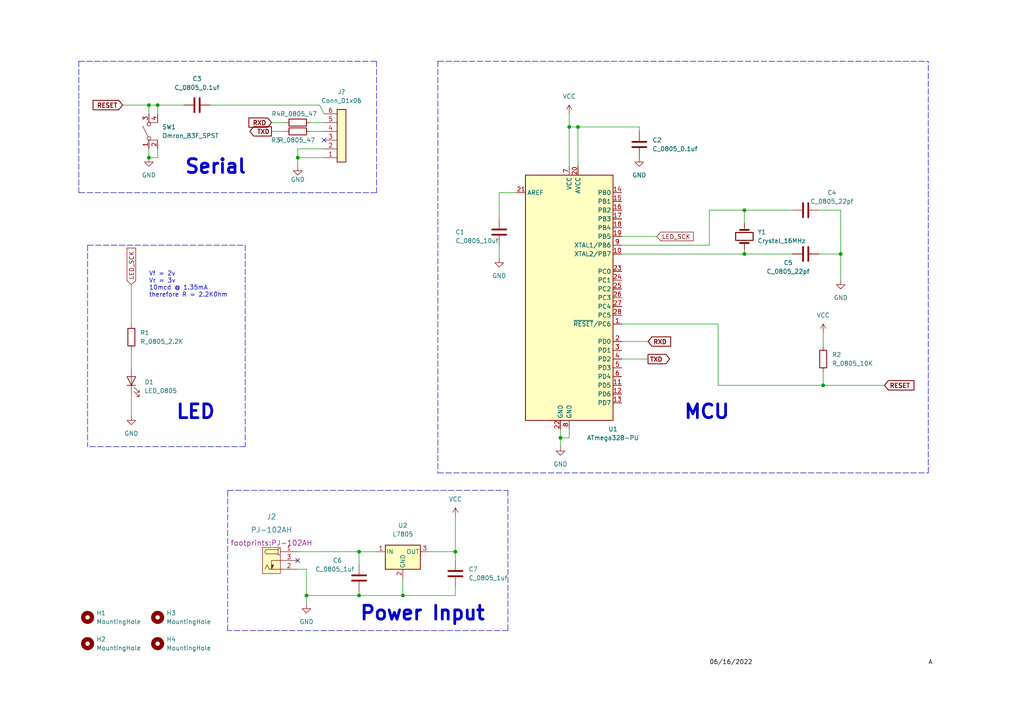
<source format=kicad_sch>
(kicad_sch (version 20211123) (generator eeschema)
  (paper "A4")
  (lib_symbols
    (symbol "HPS:ATmega328-PU"
      (property "Reference" "U" (at -11.43 39.37 0))
      (property "Value" "ATmega328-PU" (at -17.78 38.1 0))
      (symbol "ATmega328-PU_0_1"
        (rectangle (start -12.7 -35.56) (end 12.7 35.56) (stroke (width 0.254)) (fill (type background)))
      )
      (symbol "ATmega328-PU_1_1"
        (pin tri_state line (at 15.24 -7.62 180) (length 2.54) (name "~{RESET}/PC6") (number "1"))
        (pin tri_state line (at 15.24 12.7 180) (length 2.54) (name "XTAL2/PB7") (number "10"))
        (pin tri_state line (at 15.24 -25.4 180) (length 2.54) (name "PD5") (number "11"))
        (pin tri_state line (at 15.24 -27.94 180) (length 2.54) (name "PD6") (number "12"))
        (pin tri_state line (at 15.24 -30.48 180) (length 2.54) (name "PD7") (number "13"))
        (pin tri_state line (at 15.24 30.48 180) (length 2.54) (name "PB0") (number "14"))
        (pin tri_state line (at 15.24 27.94 180) (length 2.54) (name "PB1") (number "15"))
        (pin tri_state line (at 15.24 25.4 180) (length 2.54) (name "PB2") (number "16"))
        (pin tri_state line (at 15.24 22.86 180) (length 2.54) (name "PB3") (number "17"))
        (pin tri_state line (at 15.24 20.32 180) (length 2.54) (name "PB4") (number "18"))
        (pin tri_state line (at 15.24 17.78 180) (length 2.54) (name "PB5") (number "19"))
        (pin tri_state line (at 15.24 -12.7 180) (length 2.54) (name "PD0") (number "2"))
        (pin power_in line (at 2.54 38.1 270) (length 2.54) (name "AVCC") (number "20"))
        (pin passive line (at -15.24 30.48 0) (length 2.54) (name "AREF") (number "21"))
        (pin power_in line (at -2.54 -38.1 90) (length 2.54) (name "GND") (number "22"))
        (pin tri_state line (at 15.24 7.62 180) (length 2.54) (name "PC0") (number "23"))
        (pin tri_state line (at 15.24 5.08 180) (length 2.54) (name "PC1") (number "24"))
        (pin tri_state line (at 15.24 2.54 180) (length 2.54) (name "PC2") (number "25"))
        (pin tri_state line (at 15.24 0 180) (length 2.54) (name "PC3") (number "26"))
        (pin tri_state line (at 15.24 -2.54 180) (length 2.54) (name "PC4") (number "27"))
        (pin tri_state line (at 15.24 -5.08 180) (length 2.54) (name "PC5") (number "28"))
        (pin tri_state line (at 15.24 -15.24 180) (length 2.54) (name "PD1") (number "3"))
        (pin tri_state line (at 15.24 -17.78 180) (length 2.54) (name "PD2") (number "4"))
        (pin tri_state line (at 15.24 -20.32 180) (length 2.54) (name "PD3") (number "5"))
        (pin tri_state line (at 15.24 -22.86 180) (length 2.54) (name "PD4") (number "6"))
        (pin power_in line (at 0 38.1 270) (length 2.54) (name "VCC") (number "7"))
        (pin power_in line (at 0 -38.1 90) (length 2.54) (name "GND") (number "8"))
        (pin tri_state line (at 15.24 15.24 180) (length 2.54) (name "XTAL1/PB6") (number "9"))
      )
    )
    (symbol "HPS:C_0805_0.1uf" (pin_numbers hide) (pin_names (offset 0.254))
      (property "Reference" "C" (at 0.635 2.54 0))
      (property "Value" "C_0805_0.1uf" (at 0.635 -2.54 0))
      (symbol "C_0805_0.1uf_0_1"
        (polyline (pts (xy -2.032 -0.762) (xy 2.032 -0.762)) (stroke (width 0.508)))
        (polyline (pts (xy -2.032 0.762) (xy 2.032 0.762)) (stroke (width 0.508)))
      )
      (symbol "C_0805_0.1uf_1_1"
        (pin passive line (at 0 3.81 270) (length 2.794) (name "~") (number "1"))
        (pin passive line (at 0 -3.81 90) (length 2.794) (name "~") (number "2"))
      )
    )
    (symbol "HPS:C_0805_10uf" (pin_numbers hide) (pin_names (offset 0.254))
      (property "Reference" "C" (at 0.635 2.54 0))
      (property "Value" "C_0805_10uf" (at 0.635 -2.54 0))
      (symbol "C_0805_10uf_0_1"
        (polyline (pts (xy -2.032 -0.762) (xy 2.032 -0.762)) (stroke (width 0.508)))
        (polyline (pts (xy -2.032 0.762) (xy 2.032 0.762)) (stroke (width 0.508)))
      )
      (symbol "C_0805_10uf_1_1"
        (pin passive line (at 0 3.81 270) (length 2.794) (name "~") (number "1"))
        (pin passive line (at 0 -3.81 90) (length 2.794) (name "~") (number "2"))
      )
    )
    (symbol "HPS:C_0805_1uf" (pin_numbers hide) (pin_names (offset 0.254))
      (property "Reference" "C" (at 0.635 2.54 0))
      (property "Value" "C_0805_1uf" (at 0.635 -2.54 0))
      (symbol "C_0805_1uf_0_1"
        (polyline (pts (xy -2.032 -0.762) (xy 2.032 -0.762)) (stroke (width 0.508)))
        (polyline (pts (xy -2.032 0.762) (xy 2.032 0.762)) (stroke (width 0.508)))
      )
      (symbol "C_0805_1uf_1_1"
        (pin passive line (at 0 3.81 270) (length 2.794) (name "~") (number "1"))
        (pin passive line (at 0 -3.81 90) (length 2.794) (name "~") (number "2"))
      )
    )
    (symbol "HPS:C_0805_22pf" (pin_numbers hide) (pin_names (offset 0.254))
      (property "Reference" "C" (at 0.635 2.54 0))
      (property "Value" "C_0805_22pf" (at 0.635 -2.54 0))
      (symbol "C_0805_22pf_0_1"
        (polyline (pts (xy -2.032 -0.762) (xy 2.032 -0.762)) (stroke (width 0.508)))
        (polyline (pts (xy -2.032 0.762) (xy 2.032 0.762)) (stroke (width 0.508)))
      )
      (symbol "C_0805_22pf_1_1"
        (pin passive line (at 0 3.81 270) (length 2.794) (name "~") (number "1"))
        (pin passive line (at 0 -3.81 90) (length 2.794) (name "~") (number "2"))
      )
    )
    (symbol "HPS:Conn_01x06" (pin_names (offset 1.016) hide)
      (property "Reference" "J" (at 0 7.62 0))
      (property "Value" "Conn_01x06" (at 0 -10.16 0))
      (symbol "Conn_01x06_1_1"
        (rectangle (start -1.27 6.35) (end 1.27 -8.89) (stroke (width 0.254)) (fill (type background)))
        (pin passive line (at -5.08 5.08 0) (length 3.81) (name "Pin_1") (number "1"))
        (pin passive line (at -5.08 2.54 0) (length 3.81) (name "Pin_2") (number "2"))
        (pin passive line (at -5.08 0 0) (length 3.81) (name "Pin_3") (number "3"))
        (pin passive line (at -5.08 -2.54 0) (length 3.81) (name "Pin_4") (number "4"))
        (pin passive line (at -5.08 -5.08 0) (length 3.81) (name "Pin_5") (number "5"))
        (pin passive line (at -5.08 -7.62 0) (length 3.81) (name "Pin_6") (number "6"))
      )
    )
    (symbol "HPS:Crystal_16MHz" (pin_numbers hide) (pin_names (offset 1.016) hide)
      (property "Reference" "Y" (at 0 3.81 0))
      (property "Value" "Crystal_16MHz" (at 0 -3.81 0))
      (symbol "Crystal_16MHz_0_1"
        (rectangle (start -1.143 2.54) (end 1.143 -2.54) (stroke (width 0.3048)))
        (polyline (pts (xy -2.54 0) (xy -1.905 0)))
        (polyline (pts (xy -1.905 -1.27) (xy -1.905 1.27)) (stroke (width 0.508)))
        (polyline (pts (xy 1.905 -1.27) (xy 1.905 1.27)) (stroke (width 0.508)))
        (polyline (pts (xy 2.54 0) (xy 1.905 0)))
      )
      (symbol "Crystal_16MHz_1_1"
        (pin passive line (at -3.81 0 0) (length 1.27) (name "1") (number "1"))
        (pin passive line (at 3.81 0 180) (length 1.27) (name "2") (number "2"))
      )
    )
    (symbol "HPS:GND" (power) (pin_names (offset 0))
      (property "Value" "GND" (at 0 -3.81 0))
      (symbol "GND_0_1"
        (polyline (pts (xy 0 0) (xy 0 -1.27) (xy 1.27 -1.27) (xy 0 -2.54) (xy -1.27 -1.27) (xy 0 -1.27)))
      )
      (symbol "GND_1_1"
        (pin power_in line (at 0 0 270) (length 0) hide (name "GND") (number "1"))
      )
    )
    (symbol "HPS:L7805" (pin_names (offset 0.254))
      (property "Reference" "U" (at -3.81 3.175 0))
      (property "Value" "L7805" (at 0 3.175 0))
      (symbol "L7805_0_1"
        (rectangle (start -5.08 1.905) (end 5.08 -5.08) (stroke (width 0.254)) (fill (type background)))
      )
      (symbol "L7805_1_1"
        (pin power_in line (at -7.62 0 0) (length 2.54) (name "IN") (number "1"))
        (pin power_in line (at 0 -7.62 90) (length 2.54) (name "GND") (number "2"))
        (pin power_out line (at 7.62 0 180) (length 2.54) (name "OUT") (number "3"))
      )
    )
    (symbol "HPS:LED_0805" (pin_numbers hide) (pin_names (offset 1.016) hide)
      (property "Reference" "D" (at 0 2.54 0))
      (property "Value" "LED_0805" (at 0 -2.54 0))
      (symbol "LED_0805_0_1"
        (polyline (pts (xy -1.27 -1.27) (xy -1.27 1.27)) (stroke (width 0.2032)))
        (polyline (pts (xy -1.27 0) (xy 1.27 0)))
        (polyline (pts (xy 1.27 -1.27) (xy 1.27 1.27) (xy -1.27 0) (xy 1.27 -1.27)) (stroke (width 0.2032)))
        (polyline (pts (xy -3.048 -0.762) (xy -4.572 -2.286) (xy -3.81 -2.286) (xy -4.572 -2.286) (xy -4.572 -1.524)))
        (polyline (pts (xy -1.778 -0.762) (xy -3.302 -2.286) (xy -2.54 -2.286) (xy -3.302 -2.286) (xy -3.302 -1.524)))
      )
      (symbol "LED_0805_1_1"
        (pin passive line (at -3.81 0 0) (length 2.54) (name "K") (number "1"))
        (pin passive line (at 3.81 0 180) (length 2.54) (name "A") (number "2"))
      )
    )
    (symbol "HPS:MountingHole" (pin_names (offset 1.016))
      (property "Reference" "H" (at 0 5.08 0))
      (property "Value" "MountingHole" (at 0 3.175 0))
      (symbol "MountingHole_0_1"
        (circle (center 0 0) (radius 1.27) (stroke (width 1.27)))
      )
    )
    (symbol "HPS:Omron_B3F_SPST" (pin_names (offset 0) hide)
      (property "Reference" "SW" (at 0 5.08 0))
      (property "Value" "Omron_B3F_SPST" (at 0 2.54 0))
      (symbol "Omron_B3F_SPST_0_0"
        (circle (center -2.032 0) (radius 0.508))
        (polyline (pts (xy -1.524 0.254) (xy 1.524 1.778)))
        (circle (center 2.032 0) (radius 0.508))
      )
      (symbol "Omron_B3F_SPST_0_1"
        (polyline (pts (xy -2.54 0) (xy -2.54 -2.54)))
        (polyline (pts (xy 2.54 -2.54) (xy 2.54 0)))
      )
      (symbol "Omron_B3F_SPST_1_1"
        (pin passive line (at -5.08 0 0) (length 2.54) (name "A") (number "1"))
        (pin passive line (at -5.08 -2.54 0) (length 2.54) (name "A") (number "2"))
        (pin passive line (at 5.08 0 180) (length 2.54) (name "B") (number "3"))
        (pin passive line (at 5.08 -2.54 180) (length 2.54) (name "B") (number "4"))
      )
    )
    (symbol "HPS:PJ-102AH" (pin_names (offset 1.016) hide)
      (property "Reference" "J" (at -2.54 5.08 0))
      (property "Value" "PJ-102AH" (at 0 -5.334 0))
      (property "Footprint" "footprints:PJ-102AH" (at 0 -7.874 0))
      (symbol "PJ-102AH_0_1"
        (arc (start -3.81 3.175) (mid -4.445 2.54) (end -3.81 1.905))
        (polyline (pts (xy -0.635 1.905) (xy -3.81 1.905)))
        (polyline (pts (xy -0.635 1.905) (xy -0.635 3.175)))
        (polyline (pts (xy -0.635 3.175) (xy -3.81 3.175)))
        (polyline (pts (xy -2.54 -1.27) (xy -2.54 0) (xy 0 0)))
        (polyline (pts (xy -0.635 1.905) (xy -0.635 1.651) (xy 0 1.651)))
        (polyline (pts (xy -0.635 3.175) (xy -0.635 3.429) (xy 0 3.429)))
        (polyline (pts (xy -2.54 -2.54) (xy -1.905 -1.27) (xy -2.54 -1.27) (xy -2.54 -2.54)) (fill (type outline)))
        (polyline (pts (xy 0 -2.54) (xy -3.175 -2.54) (xy -3.81 -1.27) (xy -4.445 -2.54)))
        (rectangle (start 0 3.81) (end -5.08 -3.81) (fill (type background)))
      )
      (symbol "PJ-102AH_1_1"
        (pin passive line (at 5.08 2.54 180) (length 5.08) (name "POLE") (number "1"))
        (pin passive line (at 5.08 -2.54 180) (length 5.08) (name "OUT") (number "2"))
        (pin passive line (at 5.08 0 180) (length 5.08) (name "OUT") (number "3"))
      )
    )
    (symbol "HPS:R_0805_10K" (pin_numbers hide) (pin_names (offset 0))
      (property "Reference" "R" (at 2.032 0 90))
      (property "Value" "R_0805_10K" (at -2.54 0 90))
      (symbol "R_0805_10K_0_1"
        (rectangle (start -1.016 -2.54) (end 1.016 2.54) (stroke (width 0.254)))
      )
      (symbol "R_0805_10K_1_1"
        (pin passive line (at 0 3.81 270) (length 1.27) (name "~") (number "1"))
        (pin passive line (at 0 -3.81 90) (length 1.27) (name "~") (number "2"))
      )
    )
    (symbol "HPS:R_0805_2.2K" (pin_numbers hide) (pin_names (offset 0))
      (property "Reference" "R" (at 2.032 0 90))
      (property "Value" "R_0805_2.2K" (at -2.54 0 90))
      (symbol "R_0805_2.2K_0_1"
        (rectangle (start -1.016 -2.54) (end 1.016 2.54) (stroke (width 0.254)))
      )
      (symbol "R_0805_2.2K_1_1"
        (pin passive line (at 0 3.81 270) (length 1.27) (name "~") (number "1"))
        (pin passive line (at 0 -3.81 90) (length 1.27) (name "~") (number "2"))
      )
    )
    (symbol "HPS:R_0805_47" (pin_numbers hide) (pin_names (offset 0))
      (property "Reference" "R" (at 2.032 0 90))
      (property "Value" "R_0805_47" (at -2.54 0 90))
      (symbol "R_0805_47_0_1"
        (rectangle (start -1.016 -2.54) (end 1.016 2.54) (stroke (width 0.254)))
      )
      (symbol "R_0805_47_1_1"
        (pin passive line (at 0 3.81 270) (length 1.27) (name "~") (number "1"))
        (pin passive line (at 0 -3.81 90) (length 1.27) (name "~") (number "2"))
      )
    )
    (symbol "HPS:VCC" (power) (pin_names (offset 0))
      (property "Value" "VCC" (at 0 3.81 0))
      (symbol "VCC_0_1"
        (polyline (pts (xy -0.762 1.27) (xy 0 2.54)))
        (polyline (pts (xy 0 0) (xy 0 2.54)))
        (polyline (pts (xy 0 2.54) (xy 0.762 1.27)))
      )
      (symbol "VCC_1_1"
        (pin power_in line (at 0 0 90) (length 0) hide (name "VCC") (number "1"))
      )
    )
  )
  (junction (at 132.08 160.02))
  (junction (at 215.9 73.66))
  (junction (at 162.56 127))
  (junction (at 215.9 60.96))
  (junction (at 238.76 111.76))
  (junction (at 43.18 45.72))
  (junction (at 43.18 30.48))
  (junction (at 88.9 172.72))
  (junction (at 86.36 45.72))
  (junction (at 116.84 172.72))
  (junction (at 167.64 36.83))
  (junction (at 165.1 36.83))
  (junction (at 104.14 172.72))
  (junction (at 45.72 30.48))
  (junction (at 104.14 160.02))
  (junction (at 243.84 73.66))
  (no_connect (at 86.36 162.56))
  (no_connect (at 93.98 40.64))
  (polyline (pts (xy 127 17.78) (xy 127 137.16)))
  (wire (pts (xy 35.56 30.48) (xy 43.18 30.48)))
  (wire (pts (xy 78.74 35.56) (xy 82.55 35.56)))
  (wire (pts (xy 238.76 107.95) (xy 238.76 111.76)))
  (wire (pts (xy 162.56 127) (xy 162.56 129.54)))
  (wire (pts (xy 180.34 73.66) (xy 215.9 73.66)))
  (polyline (pts (xy 147.32 142.24) (xy 147.32 182.88)))
  (wire (pts (xy 88.9 165.1) (xy 88.9 172.72)))
  (wire (pts (xy 45.72 33.02) (xy 45.72 30.48)))
  (wire (pts (xy 92.71 30.48) (xy 93.98 33.02)))
  (wire (pts (xy 208.28 93.98) (xy 208.28 111.76)))
  (polyline (pts (xy 22.86 17.78) (xy 22.86 55.88)))
  (polyline (pts (xy 71.12 71.12) (xy 71.12 129.54)))
  (polyline (pts (xy 25.4 71.12) (xy 25.4 129.54)))
  (polyline (pts (xy 25.4 71.12) (xy 71.12 71.12)))
  (wire (pts (xy 43.18 33.02) (xy 43.18 30.48)))
  (wire (pts (xy 45.72 45.72) (xy 43.18 45.72)))
  (wire (pts (xy 165.1 33.02) (xy 165.1 36.83)))
  (wire (pts (xy 45.72 43.18) (xy 45.72 45.72)))
  (wire (pts (xy 167.64 48.26) (xy 167.64 36.83)))
  (wire (pts (xy 185.42 36.83) (xy 185.42 38.1)))
  (wire (pts (xy 86.36 165.1) (xy 88.9 165.1)))
  (wire (pts (xy 104.14 172.72) (xy 116.84 172.72)))
  (wire (pts (xy 45.72 30.48) (xy 53.34 30.48)))
  (polyline (pts (xy 66.04 142.24) (xy 147.32 142.24)))
  (wire (pts (xy 237.49 60.96) (xy 243.84 60.96)))
  (wire (pts (xy 243.84 60.96) (xy 243.84 73.66)))
  (wire (pts (xy 78.74 38.1) (xy 82.55 38.1)))
  (polyline (pts (xy 71.12 129.54) (xy 25.4 129.54)))
  (wire (pts (xy 86.36 43.18) (xy 86.36 45.72)))
  (wire (pts (xy 215.9 73.66) (xy 229.87 73.66)))
  (wire (pts (xy 165.1 124.46) (xy 165.1 127)))
  (wire (pts (xy 104.14 160.02) (xy 104.14 163.83)))
  (wire (pts (xy 205.74 60.96) (xy 215.9 60.96)))
  (wire (pts (xy 180.34 68.58) (xy 190.5 68.58)))
  (wire (pts (xy 215.9 60.96) (xy 229.87 60.96)))
  (wire (pts (xy 180.34 93.98) (xy 208.28 93.98)))
  (wire (pts (xy 238.76 111.76) (xy 256.54 111.76)))
  (wire (pts (xy 43.18 30.48) (xy 45.72 30.48)))
  (wire (pts (xy 243.84 73.66) (xy 243.84 81.28)))
  (wire (pts (xy 144.78 71.12) (xy 144.78 74.93)))
  (wire (pts (xy 162.56 124.46) (xy 162.56 127)))
  (wire (pts (xy 90.17 38.1) (xy 93.98 38.1)))
  (wire (pts (xy 104.14 171.45) (xy 104.14 172.72)))
  (wire (pts (xy 93.98 45.72) (xy 86.36 45.72)))
  (wire (pts (xy 208.28 111.76) (xy 238.76 111.76)))
  (polyline (pts (xy 22.86 17.78) (xy 109.22 17.78)))
  (wire (pts (xy 215.9 72.39) (xy 215.9 73.66)))
  (wire (pts (xy 187.96 104.14) (xy 180.34 104.14)))
  (polyline (pts (xy 127 17.78) (xy 269.24 17.78)))
  (wire (pts (xy 144.78 55.88) (xy 144.78 63.5)))
  (polyline (pts (xy 147.32 182.88) (xy 66.04 182.88)))
  (polyline (pts (xy 269.24 137.16) (xy 269.24 17.78)))
  (wire (pts (xy 238.76 96.52) (xy 238.76 100.33)))
  (wire (pts (xy 132.08 149.86) (xy 132.08 160.02)))
  (wire (pts (xy 60.96 30.48) (xy 92.71 30.48)))
  (wire (pts (xy 167.64 36.83) (xy 185.42 36.83)))
  (wire (pts (xy 215.9 60.96) (xy 215.9 64.77)))
  (wire (pts (xy 180.34 71.12) (xy 205.74 71.12)))
  (wire (pts (xy 90.17 35.56) (xy 93.98 35.56)))
  (wire (pts (xy 93.98 43.18) (xy 86.36 43.18)))
  (wire (pts (xy 124.46 160.02) (xy 132.08 160.02)))
  (wire (pts (xy 86.36 45.72) (xy 86.36 48.26)))
  (wire (pts (xy 167.64 36.83) (xy 165.1 36.83)))
  (polyline (pts (xy 66.04 182.88) (xy 66.04 142.24)))
  (wire (pts (xy 104.14 160.02) (xy 109.22 160.02)))
  (polyline (pts (xy 127 137.16) (xy 269.24 137.16)))
  (wire (pts (xy 187.96 99.06) (xy 180.34 99.06)))
  (wire (pts (xy 88.9 172.72) (xy 104.14 172.72)))
  (wire (pts (xy 149.86 55.88) (xy 144.78 55.88)))
  (wire (pts (xy 88.9 172.72) (xy 88.9 175.26)))
  (wire (pts (xy 43.18 43.18) (xy 43.18 45.72)))
  (wire (pts (xy 116.84 167.64) (xy 116.84 172.72)))
  (wire (pts (xy 86.36 160.02) (xy 104.14 160.02)))
  (wire (pts (xy 205.74 71.12) (xy 205.74 60.96)))
  (wire (pts (xy 38.1 114.3) (xy 38.1 120.65)))
  (wire (pts (xy 132.08 170.18) (xy 132.08 172.72)))
  (wire (pts (xy 165.1 127) (xy 162.56 127)))
  (polyline (pts (xy 109.22 55.88) (xy 22.86 55.88)))
  (wire (pts (xy 38.1 101.6) (xy 38.1 106.68)))
  (wire (pts (xy 116.84 172.72) (xy 132.08 172.72)))
  (wire (pts (xy 132.08 162.56) (xy 132.08 160.02)))
  (polyline (pts (xy 109.22 17.78) (xy 109.22 55.88)))
  (wire (pts (xy 165.1 36.83) (xy 165.1 48.26)))
  (wire (pts (xy 237.49 73.66) (xy 243.84 73.66)))
  (wire (pts (xy 38.1 82.55) (xy 38.1 93.98)))
  (text "Vf = 2v\nVr = 3v\n10mcd @ 1.35mA\ntherefore R = 2.2K0hm" (at 43.18 86.36 0) (effects (font (size 1.27 1.27)) (justify left bottom)))
  (text "MCU" (at 198.12 121.92 0) (effects (font (size 4 4) bold) (justify left bottom)))
  (text "Serial" (at 53.34 50.8 0) (effects (font (size 4 4) bold) (justify left bottom)))
  (text "Power Input" (at 104.14 180.34 0) (effects (font (size 4 4) bold) (justify left bottom)))
  (text "LED" (at 50.8 121.92 0) (effects (font (size 4 4) (thickness 0.8) bold) (justify left bottom)))
  (label "A" (at 269.24 193.04 0))
  (label "06{slash}16{slash}2022" (at 205.74 193.04 0))
  (global_label "LED_SCK" (shape input) (at 38.1 82.55 90) (property "插入图纸页参考" "${INTERSHEET_REFS}" (effects hide)))
  (global_label "RESET" (shape input) (at 256.54 111.76 0) (effects (font bold)) (property "插入图纸页参考" "${INTERSHEET_REFS}" (effects hide)))
  (global_label "TXD" (shape output) (at 78.74 38.1 180) (effects (font bold)) (property "插入图纸页参考" "${INTERSHEET_REFS}" (effects hide)))
  (global_label "TXD" (shape output) (at 187.96 104.14 0) (effects (font bold)) (property "插入图纸页参考" "${INTERSHEET_REFS}" (effects hide)))
  (global_label "RXD" (shape input) (at 187.96 99.06 0) (effects (font bold)) (property "插入图纸页参考" "${INTERSHEET_REFS}" (effects hide)))
  (global_label "RESET" (shape input) (at 35.56 30.48 180) (effects (font bold)) (property "插入图纸页参考" "${INTERSHEET_REFS}" (effects hide)))
  (global_label "LED_SCK" (shape input) (at 190.5 68.58 0) (property "插入图纸页参考" "${INTERSHEET_REFS}" (effects hide)))
  (global_label "RXD" (shape input) (at 78.74 35.56 180) (effects (font bold)) (property "插入图纸页参考" "${INTERSHEET_REFS}" (effects hide)))
  (symbol (lib_id "HPS:Crystal_16MHz") (at 215.9 68.58 270) (unit 1)
    (property "Reference" "Y1" (at 219.71 67.3099 90) (effects (justify left)))
    (property "Value" "Crystal_16MHz" (at 219.71 69.8499 90) (effects (justify left)))
    (property "Footprint" "footprints:Crystal_SMD_HC49-SD" (effects hide))
    (property "Datasheet" "https://ecsxtal.com/store/pdf/csm-7x-dn.pdf" (effects hide))
    (property "MFG" "ECS Inc." (effects hide))
    (property "MPN" "ECS-160-20-5PXDN-TR" (effects hide))
    (property "Digikey PN" "XC1299CT-ND" (effects hide))
    (property "Mouser PN" "N/A" (effects hide))
  )
  (symbol (lib_id "HPS:Omron_B3F_SPST") (at 43.18 38.1 90) (unit 1)
    (property "Reference" "SW1" (at 46.99 36.8299 90) (effects (justify right)))
    (property "Value" "Omron_B3F_SPST" (at 46.99 39.3699 90) (effects (justify right)))
    (property "Footprint" "footprints:SW_SPST_Omron_B3FS-100xP" (effects hide))
    (property "Datasheet" "https://omronfs.omron.com/en_US/ecb/products/pdf/en-b3fs.pdf" (effects hide))
    (property "MFG" "Omron Electronics Inc-EMC Div" (effects hide))
    (property "MPN" "B3FS-1000P" (effects hide))
    (property "Digikey PN" "SW423CT-ND" (effects hide))
    (property "Mouser PN" "N/A" (effects hide))
  )
  (symbol (lib_id "HPS:C_0805_1uf") (at 132.08 166.37 0) (unit 1)
    (property "Reference" "C7" (at 135.89 165.0999 0) (effects (justify left)))
    (property "Value" "C_0805_1uf" (at 135.89 167.6399 0) (effects (justify left)))
    (property "Footprint" "footprints:C_0805_2012Metric" (effects hide))
    (property "Datasheet" "https://www.yageo.com/upload/media/product/productsearch/datasheet/mlcc/UPY-GPHC_X7R_6.3V-to-50V_18.pdf" (effects hide))
    (property "MFG" "Yageo" (effects hide))
    (property "MPN" "CC0805KKX7R8BB105" (effects hide))
    (property "Digikey PN" "311-1456-1-ND" (effects hide))
    (property "Mouser PN" "N/A" (effects hide))
    (property "Voltage" "N/A" (effects hide))
    (property "Dielectric" "N/A" (effects hide))
    (property "Tolerance" "N/A" (effects hide))
  )
  (symbol (lib_id "HPS:C_0805_10uf") (at 144.78 67.31 0) (unit 1)
    (property "Reference" "C1" (at 132.08 67.31 0) (effects (justify left)))
    (property "Value" "C_0805_10uf" (at 132.08 69.85 0) (effects (justify left)))
    (property "Footprint" "footprints:C_0805_2012Metric" (effects hide))
    (property "Datasheet" "https://search.murata.co.jp/Ceramy/image/img/A01X/G101/ENG/GRM21BR61E106KA73-01.pdf" (effects hide))
    (property "MFG" "Murata Electronics" (effects hide))
    (property "MPN" "GRM21BR61E106KA73L" (effects hide))
    (property "Digikey PN" "490-5523-1-ND" (effects hide))
    (property "Mouser PN" "N/A" (effects hide))
    (property "Voltage" "N/A" (effects hide))
    (property "Dielectric" "N/A" (effects hide))
    (property "Tolerance" "N/A" (effects hide))
  )
  (symbol (lib_id "HPS:GND") (at 185.42 45.72 0) (unit 1)
    (property "Reference" "#PWR?" (effects hide))
    (property "Value" "GND" (at 185.42 50.8 0))
  )
  (symbol (lib_id "HPS:R_0805_47") (at 86.36 38.1 90) (unit 1)
    (property "Reference" "R3" (at 81.28 40.64 90) (effects (justify left)))
    (property "Value" "R_0805_47" (at 91.44 40.64 90) (effects (justify left)))
    (property "Footprint" "footprints:R_0805_2012Metric" (effects hide))
    (property "Datasheet" "https://www.digikey.com/en/products/detail/yageo/RC0805FR-0747RL/727972" (effects hide))
    (property "MFG" "Yageo" (effects hide))
    (property "Digikey PN" "RC0805FR-0747RL " (effects hide))
    (property "Mouser PN" "N/A" (effects hide))
    (property "Power" "N/A" (effects hide))
    (property "Tolerance" "N/A" (effects hide))
    (property "MPN" "RC0805FR-0747RL " (effects hide))
  )
  (symbol (lib_id "HPS:MountingHole") (at 45.72 179.07 0) (unit 1)
    (property "Reference" "H3" (at 48.26 177.7999 0) (effects (justify left)))
    (property "Value" "MountingHole" (at 48.26 180.3399 0) (effects (justify left)))
    (property "Footprint" "footprints:MountingHole_3.2mm_M3" (effects hide))
  )
  (symbol (lib_id "HPS:GND") (at 86.36 48.26 0) (unit 1)
    (property "Reference" "#PWR?" (effects hide))
    (property "Value" "GND" (at 86.36 52.07 0))
  )
  (symbol (lib_id "HPS:GND") (at 243.84 81.28 0) (unit 1)
    (property "Reference" "#PWR?" (effects hide))
    (property "Value" "GND" (at 243.84 86.36 0))
  )
  (symbol (lib_id "HPS:MountingHole") (at 25.4 179.07 0) (unit 1)
    (property "Reference" "H1" (at 27.94 177.7999 0) (effects (justify left)))
    (property "Value" "MountingHole" (at 27.94 180.3399 0) (effects (justify left)))
    (property "Footprint" "footprints:MountingHole_3.2mm_M3" (effects hide))
  )
  (symbol (lib_id "HPS:GND") (at 43.18 45.72 0) (unit 1)
    (property "Reference" "#PWR?" (effects hide))
    (property "Value" "GND" (at 43.18 50.8 0))
  )
  (symbol (lib_id "HPS:L7805") (at 116.84 160.02 0) (unit 1)
    (property "Reference" "U2" (at 116.84 152.4 0))
    (property "Value" "L7805" (at 116.84 154.94 0))
    (property "Footprint" "footprints:TO-220-3_Horizontal_TabDown" (effects hide))
    (property "Datasheet" "http://www.st.com/content/ccc/resource/technical/document/datasheet/41/4f/b3/b0/12/d4/47/88/CD00000444.pdf/files/CD00000444.pdf/jcr:content/translations/en.CD00000444.pdf" (effects hide))
  )
  (symbol (lib_id "HPS:PJ-102AH") (at 81.28 162.56 0) (unit 1)
    (property "Reference" "J2" (at 78.74 149.86 0) (effects (font (size 1.524 1.524))))
    (property "Value" "PJ-102AH" (at 78.74 153.67 0) (effects (font (size 1.524 1.524))))
    (property "Footprint" "footprints:PJ-102AH" (at 78.74 157.48 0) (effects (font (size 1.524 1.524))))
    (property "Datasheet" "https://www.cuidevices.com/product/resource/pj-102ah.pdf" (effects hide))
    (property "MFG" "CUI Devices" (effects hide))
    (property "MPN" "PJ-102AH" (effects hide))
    (property "Digikey PN" "CP-102AH-ND" (effects hide))
    (property "Mouser PN" "490-PJ-102AH" (effects hide))
  )
  (symbol (lib_id "HPS:GND") (at 38.1 120.65 0) (unit 1)
    (property "Reference" "#PWR0101" (effects hide))
    (property "Value" "GND" (at 38.1 125.73 0))
  )
  (symbol (lib_id "HPS:R_0805_47") (at 86.36 35.56 270) (unit 1)
    (property "Reference" "R4" (at 78.74 33.02 90) (effects (justify left)))
    (property "Value" "R_0805_47" (at 81.28 33.02 90) (effects (justify left)))
    (property "Footprint" "footprints:R_0805_2012Metric" (effects hide))
    (property "Datasheet" "https://www.digikey.com/en/products/detail/yageo/RC0805FR-0747RL/727972" (effects hide))
    (property "MFG" "Yageo" (effects hide))
    (property "Digikey PN" "RC0805FR-0747RL " (effects hide))
    (property "Mouser PN" "N/A" (effects hide))
    (property "Power" "N/A" (effects hide))
    (property "Tolerance" "N/A" (effects hide))
    (property "MPN" "RC0805FR-0747RL " (effects hide))
  )
  (symbol (lib_id "HPS:LED_0805") (at 38.1 110.49 90) (unit 1)
    (property "Reference" "D1" (at 41.91 110.8201 90) (effects (justify right)))
    (property "Value" "LED_0805" (at 41.91 113.3601 90) (effects (justify right)))
    (property "Footprint" "footprints:LED_0805_2012Metric" (effects hide))
    (property "Datasheet" "https://www.we-online.de/katalog/datasheet/150080RS75000.pdf" (effects hide))
    (property "MFG" "Würth Elektronik" (effects hide))
    (property "MPN" "150080RS75000" (effects hide))
    (property "Digikey PN" "732-4984-1-ND" (effects hide))
    (property "Mouser PN" "N/A" (effects hide))
  )
  (symbol (lib_id "HPS:VCC") (at 132.08 149.86 0) (unit 1)
    (property "Reference" "#PWR?" (effects hide))
    (property "Value" "VCC" (at 132.08 144.78 0))
  )
  (symbol (lib_id "HPS:ATmega328-PU") (at 165.1 86.36 0) (unit 1)
    (property "Reference" "U1" (at 177.8 124.46 0))
    (property "Value" "ATmega328-PU" (at 177.8 127 0))
    (property "Footprint" "footprints:DIP-28_W7.62mm" (effects hide))
    (property "Datasheet" "http://www.microchip.com/mymicrochip/filehandler.aspx?ddocname=en608326" (effects hide))
    (property "MFG" "On Shore Technology Inc." (effects hide))
    (property "MPN" "ED281DT" (effects hide))
    (property "Digikey PN" "ED3050-5-ND" (effects hide))
    (property "Mouser PN" "N/A" (effects hide))
  )
  (symbol (lib_id "HPS:Conn_01x06") (at 99.06 40.64 0) (mirror x) (unit 1)
    (property "Reference" "J?" (at 99.06 26.67 0))
    (property "Value" "Conn_01x06" (at 99.06 29.21 0))
    (property "Footprint" "footprints:PinHeader_1x06_P2.54mm_Vertical" (effects hide))
    (property "Datasheet" "https://www.we-online.de/katalog/datasheet/6130xx11121.pdf" (effects hide))
    (property "MFG" "Würth Elektronik" (effects hide))
    (property "MPN" "61300611121" (effects hide))
    (property "Digikey PN" "732-5319-ND" (effects hide))
    (property "Mouser PN" "N/A" (effects hide))
  )
  (symbol (lib_id "HPS:C_0805_0.1uf") (at 57.15 30.48 90) (unit 1)
    (property "Reference" "C3" (at 57.15 22.86 90))
    (property "Value" "C_0805_0.1uf" (at 57.15 25.4 90))
    (property "Footprint" "footprints:C_0805_2012Metric" (effects hide))
    (property "Datasheet" "https://datasheets.avx.com/X7RDielectric.pdf" (effects hide))
    (property "MFG" "AVX Corporation" (effects hide))
    (property "MPN" "08055C104KAT2A" (effects hide))
    (property "Digikey PN" "478-1395-1-ND" (effects hide))
    (property "Mouser PN" "N/A" (effects hide))
    (property "Voltage" "N/A" (effects hide))
    (property "Dielectric" "N/A" (effects hide))
    (property "Tolerance" "N/A" (effects hide))
  )
  (symbol (lib_id "HPS:GND") (at 144.78 74.93 0) (unit 1)
    (property "Reference" "#PWR0112" (effects hide))
    (property "Value" "GND" (at 144.78 80.01 0))
  )
  (symbol (lib_id "HPS:VCC") (at 165.1 33.02 0) (unit 1)
    (property "Reference" "#PWR?" (effects hide))
    (property "Value" "VCC" (at 165.1 27.94 0))
  )
  (symbol (lib_id "HPS:GND") (at 162.56 129.54 0) (unit 1)
    (property "Reference" "#PWR0113" (effects hide))
    (property "Value" "GND" (at 162.56 134.62 0))
  )
  (symbol (lib_id "HPS:R_0805_10K") (at 238.76 104.14 0) (unit 1)
    (property "Reference" "R2" (at 241.3 102.8699 0) (effects (justify left)))
    (property "Value" "R_0805_10K" (at 241.3 105.4099 0) (effects (justify left)))
    (property "Footprint" "footprints:R_0805_2012Metric" (effects hide))
    (property "Datasheet" "https://www.digikey.com/en/products/detail/yageo/RC0805FR-0710KL/727535" (effects hide))
    (property "MFG" "Yageo" (effects hide))
    (property "MPN" "RC0805FR-0710KL" (effects hide))
    (property "Digikey PN" "311-10.0KCRCT-ND" (effects hide))
    (property "Mouser PN" "N/A" (effects hide))
    (property "Power" "N/A" (effects hide))
    (property "Tolerance" "N/A" (effects hide))
  )
  (symbol (lib_id "HPS:R_0805_2.2K") (at 38.1 97.79 0) (unit 1)
    (property "Reference" "R1" (at 40.64 96.5199 0) (effects (justify left)))
    (property "Value" "R_0805_2.2K" (at 40.64 99.0599 0) (effects (justify left)))
    (property "Footprint" "footprints:R_0805_2012Metric" (effects hide))
    (property "Datasheet" "https://www.digikey.com/en/products/detail/yageo/RC0805FR-072K2L/727676" (effects hide))
    (property "MFG" "N/A" (effects hide))
    (property "MPN" "N/A" (effects hide))
    (property "Digikey PN" "311-2.20KCRCT-ND" (effects hide))
    (property "Mouser PN" "N/A" (effects hide))
    (property "Power" "N/A" (effects hide))
    (property "Tolerance" "N/A" (effects hide))
  )
  (symbol (lib_id "HPS:C_0805_22pf") (at 233.68 60.96 90) (unit 1)
    (property "Reference" "C4" (at 241.3 55.88 90))
    (property "Value" "C_0805_22pf" (at 241.3 58.42 90))
    (property "Footprint" "footprints:C_0805_2012Metric" (effects hide))
    (property "Datasheet" "https://www.yageo.com/upload/media/product/productsearch/datasheet/mlcc/UPY-GP_NP0_16V-to-50V_18.pdf" (effects hide))
    (property "MFG" "Yageo" (effects hide))
    (property "MPN" "CC0805JRNPO9BN220" (effects hide))
    (property "Digikey PN" "311-1103-1-ND" (effects hide))
    (property "Mouser PN" "N/A" (effects hide))
    (property "Voltage" "N/A" (effects hide))
    (property "Dielectric" "N/A" (effects hide))
    (property "Tolerance" "N/A" (effects hide))
  )
  (symbol (lib_id "HPS:GND") (at 88.9 175.26 0) (unit 1)
    (property "Reference" "#PWR0114" (effects hide))
    (property "Value" "GND" (at 88.9 180.34 0))
  )
  (symbol (lib_id "HPS:C_0805_22pf") (at 233.68 73.66 90) (unit 1)
    (property "Reference" "C5" (at 228.6 76.2 90))
    (property "Value" "C_0805_22pf" (at 228.6 78.74 90))
    (property "Footprint" "footprints:C_0805_2012Metric" (effects hide))
    (property "Datasheet" "https://www.yageo.com/upload/media/product/productsearch/datasheet/mlcc/UPY-GP_NP0_16V-to-50V_18.pdf" (effects hide))
    (property "MFG" "Yageo" (effects hide))
    (property "MPN" "CC0805JRNPO9BN220" (effects hide))
    (property "Digikey PN" "311-1103-1-ND" (effects hide))
    (property "Mouser PN" "N/A" (effects hide))
    (property "Voltage" "N/A" (effects hide))
    (property "Dielectric" "N/A" (effects hide))
    (property "Tolerance" "N/A" (effects hide))
  )
  (symbol (lib_id "HPS:MountingHole") (at 25.4 186.69 0) (unit 1)
    (property "Reference" "H2" (at 27.94 185.4199 0) (effects (justify left)))
    (property "Value" "MountingHole" (at 27.94 187.9599 0) (effects (justify left)))
    (property "Footprint" "footprints:MountingHole_3.2mm_M3" (effects hide))
  )
  (symbol (lib_id "HPS:C_0805_0.1uf") (at 185.42 41.91 0) (unit 1)
    (property "Reference" "C2" (at 189.23 40.6399 0) (effects (justify left)))
    (property "Value" "C_0805_0.1uf" (at 189.23 43.1799 0) (effects (justify left)))
    (property "Footprint" "footprints:C_0805_2012Metric" (effects hide))
    (property "Datasheet" "https://datasheets.avx.com/X7RDielectric.pdf" (effects hide))
    (property "MFG" "AVX Corporation" (effects hide))
    (property "MPN" "08055C104KAT2A" (effects hide))
    (property "Digikey PN" "478-1395-1-ND" (effects hide))
    (property "Mouser PN" "N/A" (effects hide))
    (property "Voltage" "N/A" (effects hide))
    (property "Dielectric" "N/A" (effects hide))
    (property "Tolerance" "N/A" (effects hide))
  )
  (symbol (lib_id "HPS:VCC") (at 238.76 96.52 0) (unit 1)
    (property "Reference" "#PWR?" (effects hide))
    (property "Value" "VCC" (at 238.76 91.44 0))
  )
  (symbol (lib_id "HPS:C_0805_1uf") (at 104.14 167.64 0) (unit 1)
    (property "Reference" "C6" (at 96.52 162.56 0) (effects (justify left)))
    (property "Value" "C_0805_1uf" (at 91.44 165.1 0) (effects (justify left)))
    (property "Footprint" "footprints:C_0805_2012Metric" (effects hide))
    (property "Datasheet" "https://www.yageo.com/upload/media/product/productsearch/datasheet/mlcc/UPY-GPHC_X7R_6.3V-to-50V_18.pdf" (effects hide))
    (property "MFG" "Yageo" (effects hide))
    (property "MPN" "CC0805KKX7R8BB105" (effects hide))
    (property "Digikey PN" "311-1456-1-ND" (effects hide))
    (property "Mouser PN" "N/A" (effects hide))
    (property "Voltage" "N/A" (effects hide))
    (property "Dielectric" "N/A" (effects hide))
    (property "Tolerance" "N/A" (effects hide))
  )
  (symbol (lib_id "HPS:MountingHole") (at 45.72 186.69 0) (unit 1)
    (property "Reference" "H4" (at 48.26 185.4199 0) (effects (justify left)))
    (property "Value" "MountingHole" (at 48.26 187.9599 0) (effects (justify left)))
    (property "Footprint" "footprints:MountingHole_3.2mm_M3" (effects hide))
  )
)
</source>
